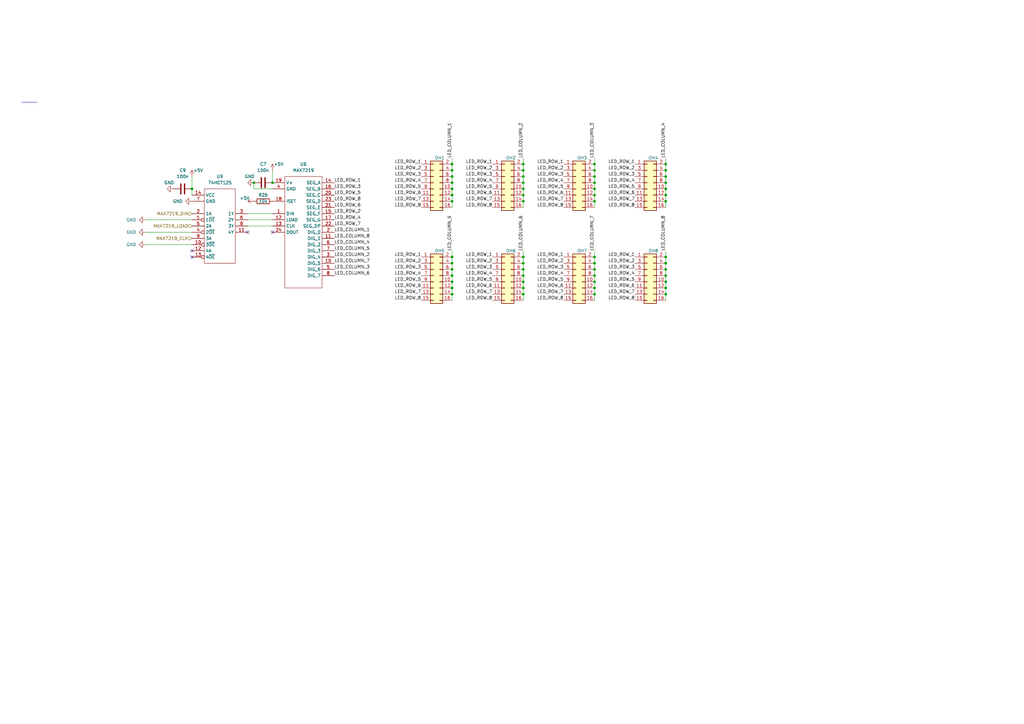
<source format=kicad_sch>
(kicad_sch (version 20230121) (generator eeschema)
  (paper "A3")
  (lib_symbols
    (symbol "Connector_Generic:Conn_02x08_Odd_Even" (pin_names (offset 1.016) hide)
      (property "Reference" "J" (at 1.27 10.16 0))
      (property "Value" "Conn_02x08_Odd_Even" (at 1.27 -12.7 0))
      (symbol "Conn_02x08_Odd_Even_1_1"
        (rectangle (start -1.27 -10.033) (end 0 -10.287) (stroke (width 0.1524)))
        (rectangle (start -1.27 -7.493) (end 0 -7.747) (stroke (width 0.1524)))
        (rectangle (start -1.27 -4.953) (end 0 -5.207) (stroke (width 0.1524)))
        (rectangle (start -1.27 -2.413) (end 0 -2.667) (stroke (width 0.1524)))
        (rectangle (start -1.27 0.127) (end 0 -0.127) (stroke (width 0.1524)))
        (rectangle (start -1.27 2.667) (end 0 2.413) (stroke (width 0.1524)))
        (rectangle (start -1.27 5.207) (end 0 4.953) (stroke (width 0.1524)))
        (rectangle (start -1.27 7.747) (end 0 7.493) (stroke (width 0.1524)))
        (rectangle (start -1.27 8.89) (end 3.81 -11.43) (stroke (width 0.254)) (fill (type background)))
        (rectangle (start 3.81 -10.033) (end 2.54 -10.287) (stroke (width 0.1524)))
        (rectangle (start 3.81 -7.493) (end 2.54 -7.747) (stroke (width 0.1524)))
        (rectangle (start 3.81 -4.953) (end 2.54 -5.207) (stroke (width 0.1524)))
        (rectangle (start 3.81 -2.413) (end 2.54 -2.667) (stroke (width 0.1524)))
        (rectangle (start 3.81 0.127) (end 2.54 -0.127) (stroke (width 0.1524)))
        (rectangle (start 3.81 2.667) (end 2.54 2.413) (stroke (width 0.1524)))
        (rectangle (start 3.81 5.207) (end 2.54 4.953) (stroke (width 0.1524)))
        (rectangle (start 3.81 7.747) (end 2.54 7.493) (stroke (width 0.1524)))
        (pin passive line (at -5.08 7.62 0) (length 3.81) (name "Pin_1") (number "1"))
        (pin passive line (at 7.62 -2.54 180) (length 3.81) (name "Pin_10") (number "10"))
        (pin passive line (at -5.08 -5.08 0) (length 3.81) (name "Pin_11") (number "11"))
        (pin passive line (at 7.62 -5.08 180) (length 3.81) (name "Pin_12") (number "12"))
        (pin passive line (at -5.08 -7.62 0) (length 3.81) (name "Pin_13") (number "13"))
        (pin passive line (at 7.62 -7.62 180) (length 3.81) (name "Pin_14") (number "14"))
        (pin passive line (at -5.08 -10.16 0) (length 3.81) (name "Pin_15") (number "15"))
        (pin passive line (at 7.62 -10.16 180) (length 3.81) (name "Pin_16") (number "16"))
        (pin passive line (at 7.62 7.62 180) (length 3.81) (name "Pin_2") (number "2"))
        (pin passive line (at -5.08 5.08 0) (length 3.81) (name "Pin_3") (number "3"))
        (pin passive line (at 7.62 5.08 180) (length 3.81) (name "Pin_4") (number "4"))
        (pin passive line (at -5.08 2.54 0) (length 3.81) (name "Pin_5") (number "5"))
        (pin passive line (at 7.62 2.54 180) (length 3.81) (name "Pin_6") (number "6"))
        (pin passive line (at -5.08 0 0) (length 3.81) (name "Pin_7") (number "7"))
        (pin passive line (at 7.62 0 180) (length 3.81) (name "Pin_8") (number "8"))
        (pin passive line (at -5.08 -2.54 0) (length 3.81) (name "Pin_9") (number "9"))
      )
    )
    (symbol "Device:C" (pin_numbers hide) (pin_names (offset 0.254))
      (property "Reference" "C" (at 0.635 2.54 0))
      (property "Value" "C" (at 0.635 -2.54 0))
      (symbol "C_0_1"
        (polyline (pts (xy -2.032 -0.762) (xy 2.032 -0.762)) (stroke (width 0.508)))
        (polyline (pts (xy -2.032 0.762) (xy 2.032 0.762)) (stroke (width 0.508)))
      )
      (symbol "C_1_1"
        (pin passive line (at 0 3.81 270) (length 2.794) (name "~") (number "1"))
        (pin passive line (at 0 -3.81 90) (length 2.794) (name "~") (number "2"))
      )
    )
    (symbol "Device:R" (pin_numbers hide) (pin_names (offset 0))
      (property "Reference" "R" (at 2.032 0 90))
      (property "Value" "R" (at 0 0 90))
      (symbol "R_0_1"
        (rectangle (start -1.016 -2.54) (end 1.016 2.54) (stroke (width 0.254)))
      )
      (symbol "R_1_1"
        (pin passive line (at 0 3.81 270) (length 1.27) (name "~") (number "1"))
        (pin passive line (at 0 -3.81 90) (length 1.27) (name "~") (number "2"))
      )
    )
    (symbol "igor_lib:74AHCT125"
      (property "Reference" "U?" (at 6.35 34.29 0))
      (property "Value" "74AHCT125" (at 6.35 31.75 0))
      (symbol "74AHCT125_0_0"
        (pin power_in line (at -5.08 27.94 0) (length 5.08) (name "VCC") (number "14"))
      )
      (symbol "74AHCT125_0_1"
        (rectangle (start 0 30.48) (end 12.7 0))
      )
      (symbol "74AHCT125_1_1"
        (pin input inverted (at -5.08 17.78 0) (length 5.08) (name "1~{OE}") (number "1"))
        (pin input inverted (at -5.08 7.62 0) (length 5.08) (name "3~{OE}") (number "10"))
        (pin output line (at 17.78 12.7 180) (length 5.08) (name "4Y") (number "11"))
        (pin input line (at -5.08 5.08 0) (length 5.08) (name "4A") (number "12"))
        (pin input inverted (at -5.08 2.54 0) (length 5.08) (name "4~{OE}") (number "13"))
        (pin input line (at -5.08 20.32 0) (length 5.08) (name "1A") (number "2"))
        (pin output line (at 17.78 20.32 180) (length 5.08) (name "1Y") (number "3"))
        (pin input inverted (at -5.08 12.7 0) (length 5.08) (name "2~{OE}") (number "4"))
        (pin input line (at -5.08 15.24 0) (length 5.08) (name "2A") (number "5"))
        (pin output line (at 17.78 17.78 180) (length 5.08) (name "2Y") (number "6"))
        (pin power_in line (at -5.08 25.4 0) (length 5.08) (name "GND") (number "7"))
        (pin output line (at 17.78 15.24 180) (length 5.08) (name "3Y") (number "8"))
        (pin input line (at -5.08 10.16 0) (length 5.08) (name "3A") (number "9"))
      )
    )
    (symbol "igor_lib:MAX7219"
      (property "Reference" "U?" (at 7.62 49.53 0))
      (property "Value" "MAX7219" (at 7.62 46.99 0))
      (symbol "MAX7219_0_1"
        (rectangle (start 0 45.72) (end 15.24 0))
      )
      (symbol "MAX7219_1_1"
        (pin input line (at -5.08 30.48 0) (length 5.08) (name "DIN") (number "1"))
        (pin output line (at 20.32 10.16 180) (length 5.08) (name "DIG_5") (number "10"))
        (pin output line (at 20.32 20.32 180) (length 5.08) (name "DIG_1") (number "11"))
        (pin input line (at -5.08 27.94 0) (length 5.08) (name "LOAD") (number "12"))
        (pin input line (at -5.08 25.4 0) (length 5.08) (name "CLK") (number "13"))
        (pin output line (at 20.32 43.18 180) (length 5.08) (name "SEG_A") (number "14"))
        (pin output line (at 20.32 30.48 180) (length 5.08) (name "SEG_F") (number "15"))
        (pin output line (at 20.32 40.64 180) (length 5.08) (name "SEG_B") (number "16"))
        (pin output line (at 20.32 27.94 180) (length 5.08) (name "SEG_G") (number "17"))
        (pin input line (at -5.08 35.56 0) (length 5.08) (name "ISET") (number "18"))
        (pin power_in line (at -5.08 43.18 0) (length 5.08) (name "V+") (number "19"))
        (pin output line (at 20.32 22.86 180) (length 5.08) (name "DIG_0") (number "2"))
        (pin output line (at 20.32 38.1 180) (length 5.08) (name "SEG_C") (number "20"))
        (pin output line (at 20.32 33.02 180) (length 5.08) (name "SEG_E") (number "21"))
        (pin output line (at 20.32 25.4 180) (length 5.08) (name "SEG_DP") (number "22"))
        (pin output line (at 20.32 35.56 180) (length 5.08) (name "SEG_D") (number "23"))
        (pin output line (at -5.08 22.86 0) (length 5.08) (name "DOUT") (number "24"))
        (pin output line (at 20.32 12.7 180) (length 5.08) (name "DIG_4") (number "3"))
        (pin power_in line (at -5.08 40.64 0) (length 5.08) (name "GND") (number "4"))
        (pin output line (at 20.32 7.62 180) (length 5.08) (name "DIG_6") (number "5"))
        (pin output line (at 20.32 17.78 180) (length 5.08) (name "DIG_2") (number "6"))
        (pin output line (at 20.32 15.24 180) (length 5.08) (name "DIG_3") (number "7"))
        (pin output line (at 20.32 5.08 180) (length 5.08) (name "DIG_7") (number "8"))
        (pin passive line (at -5.08 40.64 0) (length 5.08) hide (name "GND") (number "9"))
      )
    )
    (symbol "power:+5V" (power) (pin_names (offset 0))
      (property "Value" "+5V" (at 0 3.556 0))
      (symbol "+5V_0_1"
        (polyline (pts (xy -0.762 1.27) (xy 0 2.54)))
        (polyline (pts (xy 0 0) (xy 0 2.54)))
        (polyline (pts (xy 0 2.54) (xy 0.762 1.27)))
      )
      (symbol "+5V_1_1"
        (pin power_in line (at 0 0 90) (length 0) hide (name "+5V") (number "1"))
      )
    )
    (symbol "power:GND" (power) (pin_names (offset 0))
      (property "Value" "GND" (at 0 -3.81 0))
      (symbol "GND_0_1"
        (polyline (pts (xy 0 0) (xy 0 -1.27) (xy 1.27 -1.27) (xy 0 -2.54) (xy -1.27 -1.27) (xy 0 -1.27)))
      )
      (symbol "GND_1_1"
        (pin power_in line (at 0 0 270) (length 0) hide (name "GND") (number "1"))
      )
    )
  )
  (junction (at 243.84 69.85))
  (junction (at 214.63 110.49))
  (junction (at 185.42 105.41))
  (junction (at 243.84 115.57))
  (junction (at 273.05 107.95))
  (junction (at 185.42 82.55))
  (junction (at 214.63 120.65))
  (junction (at 214.63 80.01))
  (junction (at 78.74 77.47))
  (junction (at 243.84 74.93))
  (junction (at 243.84 82.55))
  (junction (at 185.42 67.31))
  (junction (at 273.05 72.39))
  (junction (at 273.05 69.85))
  (junction (at 185.42 120.65))
  (junction (at 273.05 82.55))
  (junction (at 273.05 113.03))
  (junction (at 214.63 72.39))
  (junction (at 185.42 72.39))
  (junction (at 273.05 115.57))
  (junction (at 185.42 77.47))
  (junction (at 214.63 67.31))
  (junction (at 214.63 82.55))
  (junction (at 273.05 118.11))
  (junction (at 185.42 80.01))
  (junction (at 214.63 113.03))
  (junction (at 111.76 74.93))
  (junction (at 185.42 118.11))
  (junction (at 214.63 69.85))
  (junction (at 214.63 105.41))
  (junction (at 214.63 115.57))
  (junction (at 243.84 120.65))
  (junction (at 273.05 77.47))
  (junction (at 214.63 77.47))
  (junction (at 243.84 110.49))
  (junction (at 243.84 67.31))
  (junction (at 273.05 105.41))
  (junction (at 243.84 72.39))
  (junction (at 185.42 115.57))
  (junction (at 214.63 107.95))
  (junction (at 185.42 74.93))
  (junction (at 243.84 105.41))
  (junction (at 214.63 74.93))
  (junction (at 273.05 110.49))
  (junction (at 243.84 80.01))
  (junction (at 185.42 107.95))
  (junction (at 243.84 107.95))
  (junction (at 185.42 69.85))
  (junction (at 104.14 74.93))
  (junction (at 273.05 74.93))
  (junction (at 185.42 110.49))
  (junction (at 273.05 67.31))
  (junction (at 214.63 118.11))
  (junction (at 185.42 113.03))
  (junction (at 243.84 77.47))
  (junction (at 243.84 118.11))
  (junction (at 243.84 113.03))
  (junction (at 273.05 120.65))
  (junction (at 273.05 80.01))
  (no_connect (at 78.74 102.87))
  (no_connect (at 78.74 105.41))
  (no_connect (at 111.76 95.25))
  (no_connect (at 101.6 95.25))
  (wire (pts (xy 273.05 74.93) (xy 273.05 77.47)))
  (wire (pts (xy 111.76 69.85) (xy 111.76 74.93)))
  (wire (pts (xy 101.6 92.71) (xy 111.76 92.71)))
  (wire (pts (xy 243.84 74.93) (xy 243.84 77.47)))
  (wire (pts (xy 214.63 107.95) (xy 214.63 110.49)))
  (wire (pts (xy 214.63 67.31) (xy 214.63 69.85)))
  (wire (pts (xy 273.05 115.57) (xy 273.05 118.11)))
  (wire (pts (xy 185.42 107.95) (xy 185.42 110.49)))
  (wire (pts (xy 214.63 115.57) (xy 214.63 118.11)))
  (wire (pts (xy 185.42 72.39) (xy 185.42 74.93)))
  (wire (pts (xy 273.05 80.01) (xy 273.05 82.55)))
  (wire (pts (xy 243.84 115.57) (xy 243.84 118.11)))
  (polyline (pts (xy 8.89 41.91) (xy 15.24 41.91)))
  (wire (pts (xy 214.63 110.49) (xy 214.63 113.03)))
  (wire (pts (xy 273.05 77.47) (xy 273.05 80.01)))
  (wire (pts (xy 214.63 64.77) (xy 214.63 67.31)))
  (wire (pts (xy 273.05 82.55) (xy 273.05 85.09)))
  (wire (pts (xy 185.42 120.65) (xy 185.42 123.19)))
  (wire (pts (xy 214.63 77.47) (xy 214.63 80.01)))
  (wire (pts (xy 214.63 72.39) (xy 214.63 74.93)))
  (wire (pts (xy 185.42 74.93) (xy 185.42 77.47)))
  (wire (pts (xy 214.63 118.11) (xy 214.63 120.65)))
  (wire (pts (xy 185.42 82.55) (xy 185.42 85.09)))
  (wire (pts (xy 243.84 67.31) (xy 243.84 69.85)))
  (wire (pts (xy 243.84 105.41) (xy 243.84 107.95)))
  (wire (pts (xy 185.42 113.03) (xy 185.42 115.57)))
  (wire (pts (xy 214.63 102.87) (xy 214.63 105.41)))
  (wire (pts (xy 185.42 110.49) (xy 185.42 113.03)))
  (wire (pts (xy 78.74 77.47) (xy 78.74 80.01)))
  (wire (pts (xy 214.63 74.93) (xy 214.63 77.47)))
  (wire (pts (xy 243.84 118.11) (xy 243.84 120.65)))
  (wire (pts (xy 273.05 120.65) (xy 273.05 123.19)))
  (wire (pts (xy 243.84 80.01) (xy 243.84 82.55)))
  (wire (pts (xy 243.84 107.95) (xy 243.84 110.49)))
  (wire (pts (xy 273.05 107.95) (xy 273.05 110.49)))
  (wire (pts (xy 78.74 72.39) (xy 78.74 77.47)))
  (wire (pts (xy 214.63 82.55) (xy 214.63 85.09)))
  (wire (pts (xy 273.05 64.77) (xy 273.05 67.31)))
  (wire (pts (xy 214.63 80.01) (xy 214.63 82.55)))
  (wire (pts (xy 273.05 110.49) (xy 273.05 113.03)))
  (wire (pts (xy 185.42 80.01) (xy 185.42 82.55)))
  (wire (pts (xy 214.63 69.85) (xy 214.63 72.39)))
  (wire (pts (xy 185.42 67.31) (xy 185.42 69.85)))
  (wire (pts (xy 101.6 90.17) (xy 111.76 90.17)))
  (wire (pts (xy 243.84 82.55) (xy 243.84 85.09)))
  (wire (pts (xy 243.84 110.49) (xy 243.84 113.03)))
  (wire (pts (xy 273.05 118.11) (xy 273.05 120.65)))
  (wire (pts (xy 273.05 102.87) (xy 273.05 105.41)))
  (wire (pts (xy 185.42 102.87) (xy 185.42 105.41)))
  (wire (pts (xy 243.84 102.87) (xy 243.84 105.41)))
  (wire (pts (xy 214.63 105.41) (xy 214.63 107.95)))
  (wire (pts (xy 273.05 113.03) (xy 273.05 115.57)))
  (wire (pts (xy 185.42 118.11) (xy 185.42 120.65)))
  (wire (pts (xy 243.84 120.65) (xy 243.84 123.19)))
  (wire (pts (xy 185.42 67.31) (xy 185.42 64.77)))
  (wire (pts (xy 214.63 113.03) (xy 214.63 115.57)))
  (wire (pts (xy 111.76 77.47) (xy 104.14 77.47)))
  (wire (pts (xy 185.42 69.85) (xy 185.42 72.39)))
  (wire (pts (xy 273.05 105.41) (xy 273.05 107.95)))
  (wire (pts (xy 59.69 100.33) (xy 78.74 100.33)))
  (wire (pts (xy 243.84 77.47) (xy 243.84 80.01)))
  (wire (pts (xy 101.6 87.63) (xy 111.76 87.63)))
  (wire (pts (xy 59.69 95.25) (xy 78.74 95.25)))
  (wire (pts (xy 104.14 77.47) (xy 104.14 74.93)))
  (wire (pts (xy 243.84 69.85) (xy 243.84 72.39)))
  (wire (pts (xy 243.84 72.39) (xy 243.84 74.93)))
  (wire (pts (xy 185.42 115.57) (xy 185.42 118.11)))
  (wire (pts (xy 273.05 72.39) (xy 273.05 74.93)))
  (wire (pts (xy 59.69 90.17) (xy 78.74 90.17)))
  (wire (pts (xy 214.63 120.65) (xy 214.63 123.19)))
  (wire (pts (xy 185.42 105.41) (xy 185.42 107.95)))
  (wire (pts (xy 243.84 113.03) (xy 243.84 115.57)))
  (wire (pts (xy 243.84 64.77) (xy 243.84 67.31)))
  (wire (pts (xy 273.05 67.31) (xy 273.05 69.85)))
  (wire (pts (xy 185.42 77.47) (xy 185.42 80.01)))
  (wire (pts (xy 273.05 69.85) (xy 273.05 72.39)))
  (label "LED_ROW_1" (at 201.93 105.41 180))
  (label "LED_ROW_7" (at 201.93 120.65 180))
  (label "LED_COLUMN_5" (at 137.16 102.87 0))
  (label "LED_ROW_4" (at 201.93 74.93 180))
  (label "LED_ROW_1" (at 231.14 105.41 180))
  (label "LED_ROW_8" (at 260.35 123.19 180))
  (label "LED_ROW_7" (at 260.35 82.55 180))
  (label "LED_ROW_2" (at 172.72 69.85 180))
  (label "LED_COLUMN_4" (at 137.16 100.33 0))
  (label "LED_ROW_2" (at 172.72 107.95 180))
  (label "LED_COLUMN_1" (at 137.16 95.25 0))
  (label "LED_ROW_1" (at 137.16 74.93 0))
  (label "LED_ROW_8" (at 201.93 123.19 180))
  (label "LED_COLUMN_5" (at 185.42 102.87 90))
  (label "LED_ROW_3" (at 231.14 110.49 180))
  (label "LED_ROW_8" (at 231.14 123.19 180))
  (label "LED_ROW_8" (at 231.14 85.09 180))
  (label "LED_ROW_6" (at 231.14 118.11 180))
  (label "LED_ROW_6" (at 260.35 118.11 180))
  (label "LED_ROW_7" (at 172.72 120.65 180))
  (label "LED_ROW_8" (at 201.93 85.09 180))
  (label "LED_ROW_5" (at 231.14 77.47 180))
  (label "LED_ROW_4" (at 231.14 74.93 180))
  (label "LED_ROW_4" (at 201.93 113.03 180))
  (label "LED_COLUMN_7" (at 243.84 102.87 90))
  (label "LED_ROW_3" (at 231.14 72.39 180))
  (label "LED_ROW_2" (at 137.16 87.63 0))
  (label "LED_ROW_5" (at 172.72 77.47 180))
  (label "LED_ROW_1" (at 231.14 67.31 180))
  (label "LED_ROW_5" (at 231.14 115.57 180))
  (label "LED_ROW_3" (at 260.35 110.49 180))
  (label "LED_COLUMN_8" (at 273.05 102.87 90))
  (label "LED_ROW_6" (at 260.35 80.01 180))
  (label "LED_COLUMN_6" (at 137.16 113.03 0))
  (label "LED_ROW_7" (at 231.14 82.55 180))
  (label "LED_COLUMN_3" (at 243.84 64.77 90))
  (label "LED_ROW_6" (at 201.93 80.01 180))
  (label "LED_ROW_5" (at 260.35 77.47 180))
  (label "LED_ROW_1" (at 260.35 67.31 180))
  (label "LED_ROW_3" (at 172.72 72.39 180))
  (label "LED_COLUMN_3" (at 137.16 110.49 0))
  (label "LED_ROW_7" (at 231.14 120.65 180))
  (label "LED_ROW_2" (at 201.93 107.95 180))
  (label "LED_ROW_7" (at 260.35 120.65 180))
  (label "LED_ROW_4" (at 231.14 113.03 180))
  (label "LED_ROW_5" (at 137.16 80.01 0))
  (label "LED_ROW_1" (at 172.72 67.31 180))
  (label "LED_ROW_2" (at 201.93 69.85 180))
  (label "LED_ROW_2" (at 260.35 107.95 180))
  (label "LED_ROW_5" (at 201.93 77.47 180))
  (label "LED_ROW_3" (at 260.35 72.39 180))
  (label "LED_ROW_5" (at 201.93 115.57 180))
  (label "LED_COLUMN_7" (at 137.16 107.95 0))
  (label "LED_COLUMN_4" (at 273.05 64.77 90))
  (label "LED_ROW_1" (at 260.35 105.41 180))
  (label "LED_COLUMN_6" (at 214.63 102.87 90))
  (label "LED_ROW_5" (at 172.72 115.57 180))
  (label "LED_ROW_4" (at 172.72 113.03 180))
  (label "LED_ROW_1" (at 201.93 67.31 180))
  (label "LED_ROW_5" (at 260.35 115.57 180))
  (label "LED_ROW_8" (at 172.72 123.19 180))
  (label "LED_ROW_4" (at 137.16 90.17 0))
  (label "LED_ROW_2" (at 260.35 69.85 180))
  (label "LED_ROW_6" (at 201.93 118.11 180))
  (label "LED_COLUMN_1" (at 185.42 64.77 90))
  (label "LED_ROW_6" (at 231.14 80.01 180))
  (label "LED_ROW_2" (at 231.14 69.85 180))
  (label "LED_COLUMN_8" (at 137.16 97.79 0))
  (label "LED_ROW_8" (at 137.16 82.55 0))
  (label "LED_ROW_2" (at 231.14 107.95 180))
  (label "LED_ROW_6" (at 137.16 85.09 0))
  (label "LED_ROW_8" (at 172.72 85.09 180))
  (label "LED_ROW_3" (at 172.72 110.49 180))
  (label "LED_ROW_3" (at 201.93 72.39 180))
  (label "LED_ROW_6" (at 172.72 118.11 180))
  (label "LED_COLUMN_2" (at 214.63 64.77 90))
  (label "LED_ROW_3" (at 201.93 110.49 180))
  (label "LED_ROW_7" (at 201.93 82.55 180))
  (label "LED_ROW_7" (at 137.16 92.71 0))
  (label "LED_ROW_8" (at 260.35 85.09 180))
  (label "LED_ROW_4" (at 172.72 74.93 180))
  (label "LED_COLUMN_2" (at 137.16 105.41 0))
  (label "LED_ROW_1" (at 172.72 105.41 180))
  (label "LED_ROW_4" (at 260.35 74.93 180))
  (label "LED_ROW_3" (at 137.16 77.47 0))
  (label "LED_ROW_7" (at 172.72 82.55 180))
  (label "LED_ROW_4" (at 260.35 113.03 180))
  (label "LED_ROW_6" (at 172.72 80.01 180))
  (hierarchical_label "MAX7219_CLK" (shape input) (at 78.74 97.79 180))
  (hierarchical_label "MAX7219_DIN" (shape input) (at 78.74 87.63 180))
  (hierarchical_label "MAX7219_LOAD" (shape input) (at 78.74 92.71 180))
  (symbol (lib_id "Connector_Generic:Conn_02x08_Odd_Even") (at 265.43 113.03 0) (unit 1)
    (property "Reference" "OH8" (at 267.97 102.87 0))
    (property "Value" "Conn_02x08_Top_Bottom" (effects hide))
    (property "Footprint" "Connector_PinHeader_2.54mm:PinHeader_2x08_P2.54mm_Vertical" (effects hide))
  )
  (symbol (lib_id "Connector_Generic:Conn_02x08_Odd_Even") (at 177.8 113.03 0) (unit 1)
    (property "Reference" "OH5" (at 180.34 102.87 0))
    (property "Value" "Conn_02x08_Top_Bottom" (effects hide))
    (property "Footprint" "Connector_PinHeader_2.54mm:PinHeader_2x08_P2.54mm_Vertical" (effects hide))
  )
  (symbol (lib_id "power:+5V") (at 111.76 69.85 0) (unit 1)
    (property "Reference" "#PWR0131" (effects hide))
    (property "Value" "+5V" (at 114.3 67.31 0))
  )
  (symbol (lib_id "Connector_Generic:Conn_02x08_Odd_Even") (at 207.01 113.03 0) (unit 1)
    (property "Reference" "OH6" (at 209.55 102.87 0))
    (property "Value" "Conn_02x08_Top_Bottom" (effects hide))
    (property "Footprint" "Connector_PinHeader_2.54mm:PinHeader_2x08_P2.54mm_Vertical" (effects hide))
  )
  (symbol (lib_id "power:GND") (at 59.69 100.33 270) (unit 1)
    (property "Reference" "#PWR0136" (effects hide))
    (property "Value" "GND" (at 55.88 100.3299 90) (effects (justify right)))
  )
  (symbol (lib_id "power:GND") (at 59.69 95.25 270) (unit 1)
    (property "Reference" "#PWR0137" (effects hide))
    (property "Value" "GND" (at 55.88 95.2499 90) (effects (justify right)))
  )
  (symbol (lib_id "power:+5V") (at 78.74 72.39 0) (unit 1)
    (property "Reference" "#PWR0141" (effects hide))
    (property "Value" "+5V" (at 81.28 69.85 0))
  )
  (symbol (lib_id "Connector_Generic:Conn_02x08_Odd_Even") (at 236.22 74.93 0) (unit 1)
    (property "Reference" "OH3" (at 238.76 64.77 0))
    (property "Value" "Conn_02x08_Top_Bottom" (effects hide))
    (property "Footprint" "Connector_PinHeader_2.54mm:PinHeader_2x08_P2.54mm_Vertical" (effects hide))
  )
  (symbol (lib_id "power:GND") (at 104.14 74.93 270) (unit 1)
    (property "Reference" "#PWR0130" (effects hide))
    (property "Value" "GND" (at 100.33 72.39 90) (effects (justify left)))
  )
  (symbol (lib_id "power:+5V") (at 104.14 82.55 90) (unit 1)
    (property "Reference" "#PWR0171" (effects hide))
    (property "Value" "+5V" (at 100.33 81.28 90))
  )
  (symbol (lib_id "power:GND") (at 59.69 90.17 270) (unit 1)
    (property "Reference" "#PWR0138" (effects hide))
    (property "Value" "GND" (at 55.88 90.1699 90) (effects (justify right)))
  )
  (symbol (lib_id "Device:R") (at 107.95 82.55 90) (unit 1)
    (property "Reference" "R26" (at 107.95 80.01 90))
    (property "Value" "10k" (at 107.95 82.55 90))
    (property "Footprint" "Resistor_SMD:R_0402_1005Metric" (effects hide))
    (property "LCSC" "C25744" (effects hide))
  )
  (symbol (lib_id "Connector_Generic:Conn_02x08_Odd_Even") (at 207.01 74.93 0) (unit 1)
    (property "Reference" "OH2" (at 209.55 64.77 0))
    (property "Value" "Conn_02x08_Top_Bottom" (effects hide))
    (property "Footprint" "Connector_PinHeader_2.54mm:PinHeader_2x08_P2.54mm_Vertical" (effects hide))
  )
  (symbol (lib_id "power:GND") (at 78.74 82.55 270) (unit 1)
    (property "Reference" "#PWR0140" (effects hide))
    (property "Value" "GND" (at 74.93 82.5499 90) (effects (justify right)))
  )
  (symbol (lib_id "Device:C") (at 74.93 77.47 90) (unit 1)
    (property "Reference" "C9" (at 74.93 69.85 90))
    (property "Value" "100n" (at 74.93 72.39 90))
    (property "Footprint" "Capacitor_SMD:C_0402_1005Metric" (effects hide))
    (property "LCSC" "C1525" (effects hide))
  )
  (symbol (lib_id "Connector_Generic:Conn_02x08_Odd_Even") (at 236.22 113.03 0) (unit 1)
    (property "Reference" "OH7" (at 238.76 102.87 0))
    (property "Value" "Conn_02x08_Top_Bottom" (effects hide))
    (property "Footprint" "Connector_PinHeader_2.54mm:PinHeader_2x08_P2.54mm_Vertical" (effects hide))
  )
  (symbol (lib_id "igor_lib:MAX7219") (at 116.84 118.11 0) (unit 1)
    (property "Reference" "U6" (at 124.46 67.31 0))
    (property "Value" "MAX7219" (at 124.46 69.85 0))
    (property "Footprint" "Package_SO:SOIC-24W_7.5x15.4mm_P1.27mm" (effects hide))
    (property "LCSC" "C9964" (effects hide))
  )
  (symbol (lib_id "Device:C") (at 107.95 74.93 90) (unit 1)
    (property "Reference" "C7" (at 107.95 67.31 90))
    (property "Value" "100n" (at 107.95 69.85 90))
    (property "Footprint" "Capacitor_SMD:C_0402_1005Metric" (effects hide))
    (property "LCSC" "C1525" (effects hide))
  )
  (symbol (lib_id "power:GND") (at 71.12 77.47 270) (unit 1)
    (property "Reference" "#PWR0139" (effects hide))
    (property "Value" "GND" (at 67.31 74.93 90) (effects (justify left)))
  )
  (symbol (lib_id "Connector_Generic:Conn_02x08_Odd_Even") (at 177.8 74.93 0) (unit 1)
    (property "Reference" "OH1" (at 180.34 64.77 0))
    (property "Value" "Conn_02x08_Top_Bottom" (effects hide))
    (property "Footprint" "Connector_PinHeader_2.54mm:PinHeader_2x08_P2.54mm_Vertical" (effects hide))
  )
  (symbol (lib_id "Connector_Generic:Conn_02x08_Odd_Even") (at 265.43 74.93 0) (unit 1)
    (property "Reference" "OH4" (at 267.97 64.77 0))
    (property "Value" "Conn_02x08_Top_Bottom" (effects hide))
    (property "Footprint" "Connector_PinHeader_2.54mm:PinHeader_2x08_P2.54mm_Vertical" (effects hide))
  )
  (symbol (lib_id "igor_lib:74AHCT125") (at 83.82 107.95 0) (unit 1)
    (property "Reference" "U9" (at 90.17 72.39 0))
    (property "Value" "74HCT125" (at 90.17 74.93 0))
    (property "Footprint" "Package_SO:TSSOP-14_4.4x5mm_P0.65mm" (effects hide))
    (property "LCSC" "C36365" (effects hide))
  )
)
</source>
